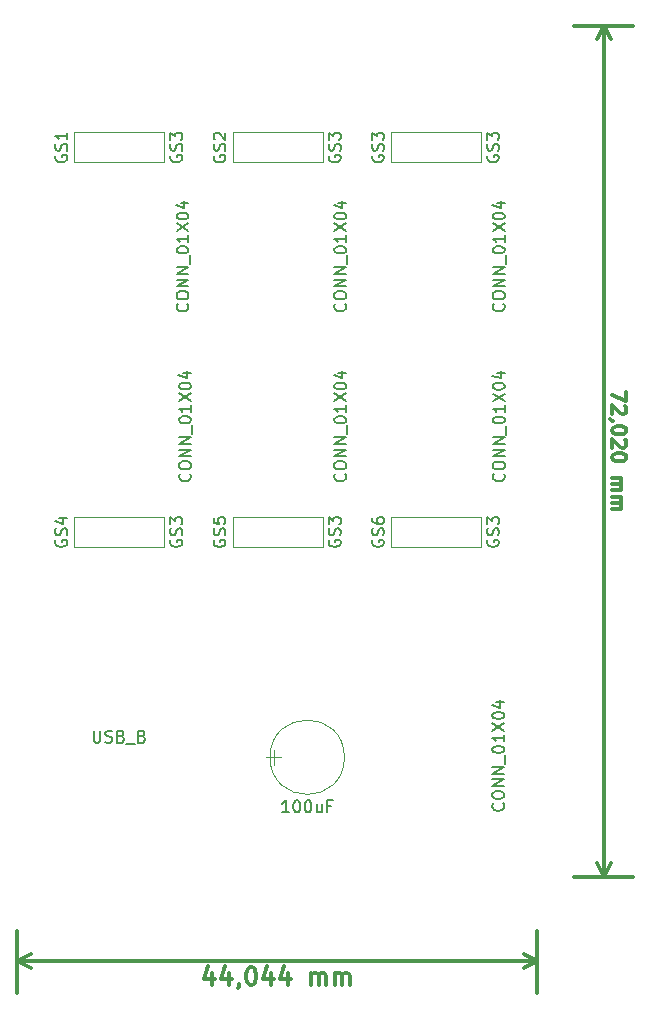
<source format=gbr>
G04 #@! TF.FileFunction,Other,Fab,Top*
%FSLAX45Y45*%
G04 Gerber Fmt 4.5, Leading zero omitted, Abs format (unit mm)*
G04 Created by KiCad (PCBNEW 4.0.6) date 08/29/18 06:28:06*
%MOMM*%
%LPD*%
G01*
G04 APERTURE LIST*
%ADD10C,0.100000*%
%ADD11C,0.300000*%
%ADD12C,0.150000*%
G04 APERTURE END LIST*
D10*
D11*
X17911714Y-7992143D02*
X17911714Y-8072143D01*
X17791714Y-8020714D01*
X17900286Y-8112143D02*
X17906000Y-8117857D01*
X17911714Y-8129286D01*
X17911714Y-8157857D01*
X17906000Y-8169286D01*
X17900286Y-8175000D01*
X17888857Y-8180714D01*
X17877429Y-8180714D01*
X17860286Y-8175000D01*
X17791714Y-8106429D01*
X17791714Y-8180714D01*
X17797429Y-8237857D02*
X17791714Y-8237857D01*
X17780286Y-8232143D01*
X17774571Y-8226428D01*
X17911714Y-8312143D02*
X17911714Y-8323571D01*
X17906000Y-8335000D01*
X17900286Y-8340714D01*
X17888857Y-8346429D01*
X17866000Y-8352143D01*
X17837429Y-8352143D01*
X17814571Y-8346429D01*
X17803143Y-8340714D01*
X17797429Y-8335000D01*
X17791714Y-8323571D01*
X17791714Y-8312143D01*
X17797429Y-8300714D01*
X17803143Y-8295000D01*
X17814571Y-8289286D01*
X17837429Y-8283571D01*
X17866000Y-8283571D01*
X17888857Y-8289286D01*
X17900286Y-8295000D01*
X17906000Y-8300714D01*
X17911714Y-8312143D01*
X17900286Y-8397857D02*
X17906000Y-8403571D01*
X17911714Y-8415000D01*
X17911714Y-8443571D01*
X17906000Y-8455000D01*
X17900286Y-8460714D01*
X17888857Y-8466429D01*
X17877429Y-8466429D01*
X17860286Y-8460714D01*
X17791714Y-8392143D01*
X17791714Y-8466429D01*
X17911714Y-8540714D02*
X17911714Y-8552143D01*
X17906000Y-8563571D01*
X17900286Y-8569286D01*
X17888857Y-8575000D01*
X17866000Y-8580714D01*
X17837429Y-8580714D01*
X17814571Y-8575000D01*
X17803143Y-8569286D01*
X17797429Y-8563571D01*
X17791714Y-8552143D01*
X17791714Y-8540714D01*
X17797429Y-8529286D01*
X17803143Y-8523571D01*
X17814571Y-8517857D01*
X17837429Y-8512143D01*
X17866000Y-8512143D01*
X17888857Y-8517857D01*
X17900286Y-8523571D01*
X17906000Y-8529286D01*
X17911714Y-8540714D01*
X17791714Y-8723571D02*
X17871714Y-8723571D01*
X17860286Y-8723571D02*
X17866000Y-8729286D01*
X17871714Y-8740714D01*
X17871714Y-8757857D01*
X17866000Y-8769286D01*
X17854571Y-8775000D01*
X17791714Y-8775000D01*
X17854571Y-8775000D02*
X17866000Y-8780714D01*
X17871714Y-8792143D01*
X17871714Y-8809286D01*
X17866000Y-8820714D01*
X17854571Y-8826429D01*
X17791714Y-8826429D01*
X17791714Y-8883571D02*
X17871714Y-8883571D01*
X17860286Y-8883571D02*
X17866000Y-8889286D01*
X17871714Y-8900714D01*
X17871714Y-8917857D01*
X17866000Y-8929286D01*
X17854571Y-8935000D01*
X17791714Y-8935000D01*
X17854571Y-8935000D02*
X17866000Y-8940714D01*
X17871714Y-8952143D01*
X17871714Y-8969286D01*
X17866000Y-8980714D01*
X17854571Y-8986429D01*
X17791714Y-8986429D01*
X17726000Y-4894000D02*
X17726000Y-12096000D01*
X17470000Y-4894000D02*
X17966000Y-4894000D01*
X17470000Y-12096000D02*
X17966000Y-12096000D01*
X17726000Y-12096000D02*
X17667358Y-11983350D01*
X17726000Y-12096000D02*
X17784642Y-11983350D01*
X17726000Y-4894000D02*
X17667358Y-5006650D01*
X17726000Y-4894000D02*
X17784642Y-5006650D01*
X14408060Y-12914617D02*
X14408060Y-13014617D01*
X14372346Y-12857474D02*
X14336631Y-12964617D01*
X14429489Y-12964617D01*
X14550917Y-12914617D02*
X14550917Y-13014617D01*
X14515203Y-12857474D02*
X14479489Y-12964617D01*
X14572346Y-12964617D01*
X14636631Y-13007474D02*
X14636631Y-13014617D01*
X14629489Y-13028903D01*
X14622346Y-13036046D01*
X14729489Y-12864617D02*
X14743774Y-12864617D01*
X14758060Y-12871760D01*
X14765203Y-12878903D01*
X14772346Y-12893189D01*
X14779489Y-12921760D01*
X14779489Y-12957474D01*
X14772346Y-12986046D01*
X14765203Y-13000331D01*
X14758060Y-13007474D01*
X14743774Y-13014617D01*
X14729489Y-13014617D01*
X14715203Y-13007474D01*
X14708060Y-13000331D01*
X14700917Y-12986046D01*
X14693774Y-12957474D01*
X14693774Y-12921760D01*
X14700917Y-12893189D01*
X14708060Y-12878903D01*
X14715203Y-12871760D01*
X14729489Y-12864617D01*
X14908060Y-12914617D02*
X14908060Y-13014617D01*
X14872346Y-12857474D02*
X14836631Y-12964617D01*
X14929489Y-12964617D01*
X15050917Y-12914617D02*
X15050917Y-13014617D01*
X15015203Y-12857474D02*
X14979488Y-12964617D01*
X15072346Y-12964617D01*
X15243774Y-13014617D02*
X15243774Y-12914617D01*
X15243774Y-12928903D02*
X15250917Y-12921760D01*
X15265203Y-12914617D01*
X15286631Y-12914617D01*
X15300917Y-12921760D01*
X15308060Y-12936046D01*
X15308060Y-13014617D01*
X15308060Y-12936046D02*
X15315203Y-12921760D01*
X15329488Y-12914617D01*
X15350917Y-12914617D01*
X15365203Y-12921760D01*
X15372346Y-12936046D01*
X15372346Y-13014617D01*
X15443774Y-13014617D02*
X15443774Y-12914617D01*
X15443774Y-12928903D02*
X15450917Y-12921760D01*
X15465203Y-12914617D01*
X15486631Y-12914617D01*
X15500917Y-12921760D01*
X15508060Y-12936046D01*
X15508060Y-13014617D01*
X15508060Y-12936046D02*
X15515203Y-12921760D01*
X15529488Y-12914617D01*
X15550917Y-12914617D01*
X15565203Y-12921760D01*
X15572346Y-12936046D01*
X15572346Y-13014617D01*
X12755880Y-12811760D02*
X17160240Y-12811760D01*
X12755880Y-12557760D02*
X12755880Y-13081760D01*
X17160240Y-12557760D02*
X17160240Y-13081760D01*
X17160240Y-12811760D02*
X17047590Y-12870402D01*
X17160240Y-12811760D02*
X17047590Y-12753118D01*
X12755880Y-12811760D02*
X12868530Y-12870402D01*
X12755880Y-12811760D02*
X12868530Y-12753118D01*
D10*
X13238480Y-6050280D02*
X14000480Y-6050280D01*
X14000480Y-6050280D02*
X14000480Y-5796280D01*
X14000480Y-5796280D02*
X13238480Y-5796280D01*
X13238480Y-5796280D02*
X13238480Y-6050280D01*
X14579600Y-6050280D02*
X15341600Y-6050280D01*
X15341600Y-6050280D02*
X15341600Y-5796280D01*
X15341600Y-5796280D02*
X14579600Y-5796280D01*
X14579600Y-5796280D02*
X14579600Y-6050280D01*
X15920720Y-6050280D02*
X16682720Y-6050280D01*
X16682720Y-6050280D02*
X16682720Y-5796280D01*
X16682720Y-5796280D02*
X15920720Y-5796280D01*
X15920720Y-5796280D02*
X15920720Y-6050280D01*
X13238480Y-9306560D02*
X14000480Y-9306560D01*
X14000480Y-9306560D02*
X14000480Y-9052560D01*
X14000480Y-9052560D02*
X13238480Y-9052560D01*
X13238480Y-9052560D02*
X13238480Y-9306560D01*
X14579600Y-9306560D02*
X15341600Y-9306560D01*
X15341600Y-9306560D02*
X15341600Y-9052560D01*
X15341600Y-9052560D02*
X14579600Y-9052560D01*
X14579600Y-9052560D02*
X14579600Y-9306560D01*
X15920720Y-9306560D02*
X16682720Y-9306560D01*
X16682720Y-9306560D02*
X16682720Y-9052560D01*
X16682720Y-9052560D02*
X15920720Y-9052560D01*
X15920720Y-9052560D02*
X15920720Y-9306560D01*
X15526000Y-11086000D02*
G75*
G03X15526000Y-11086000I-315000J0D01*
G01*
X14866000Y-11086000D02*
X14986000Y-11086000D01*
X14926000Y-11021000D02*
X14926000Y-11151000D01*
D12*
X13402714Y-10861238D02*
X13402714Y-10942191D01*
X13407476Y-10951714D01*
X13412238Y-10956476D01*
X13421762Y-10961238D01*
X13440810Y-10961238D01*
X13450333Y-10956476D01*
X13455095Y-10951714D01*
X13459857Y-10942191D01*
X13459857Y-10861238D01*
X13502714Y-10956476D02*
X13517000Y-10961238D01*
X13540810Y-10961238D01*
X13550333Y-10956476D01*
X13555095Y-10951714D01*
X13559857Y-10942191D01*
X13559857Y-10932667D01*
X13555095Y-10923143D01*
X13550333Y-10918381D01*
X13540810Y-10913619D01*
X13521762Y-10908857D01*
X13512238Y-10904095D01*
X13507476Y-10899333D01*
X13502714Y-10889810D01*
X13502714Y-10880286D01*
X13507476Y-10870762D01*
X13512238Y-10866000D01*
X13521762Y-10861238D01*
X13545571Y-10861238D01*
X13559857Y-10866000D01*
X13636048Y-10908857D02*
X13650333Y-10913619D01*
X13655095Y-10918381D01*
X13659857Y-10927905D01*
X13659857Y-10942191D01*
X13655095Y-10951714D01*
X13650333Y-10956476D01*
X13640810Y-10961238D01*
X13602714Y-10961238D01*
X13602714Y-10861238D01*
X13636048Y-10861238D01*
X13645571Y-10866000D01*
X13650333Y-10870762D01*
X13655095Y-10880286D01*
X13655095Y-10889810D01*
X13650333Y-10899333D01*
X13645571Y-10904095D01*
X13636048Y-10908857D01*
X13602714Y-10908857D01*
X13678905Y-10970762D02*
X13755095Y-10970762D01*
X13812238Y-10908857D02*
X13826524Y-10913619D01*
X13831286Y-10918381D01*
X13836048Y-10927905D01*
X13836048Y-10942191D01*
X13831286Y-10951714D01*
X13826524Y-10956476D01*
X13817000Y-10961238D01*
X13778905Y-10961238D01*
X13778905Y-10861238D01*
X13812238Y-10861238D01*
X13821762Y-10866000D01*
X13826524Y-10870762D01*
X13831286Y-10880286D01*
X13831286Y-10889810D01*
X13826524Y-10899333D01*
X13821762Y-10904095D01*
X13812238Y-10908857D01*
X13778905Y-10908857D01*
X14056480Y-5992328D02*
X14051718Y-6001851D01*
X14051718Y-6016137D01*
X14056480Y-6030423D01*
X14066004Y-6039947D01*
X14075528Y-6044709D01*
X14094575Y-6049470D01*
X14108861Y-6049470D01*
X14127909Y-6044709D01*
X14137432Y-6039947D01*
X14146956Y-6030423D01*
X14151718Y-6016137D01*
X14151718Y-6006613D01*
X14146956Y-5992328D01*
X14142194Y-5987566D01*
X14108861Y-5987566D01*
X14108861Y-6006613D01*
X14146956Y-5949470D02*
X14151718Y-5935185D01*
X14151718Y-5911375D01*
X14146956Y-5901851D01*
X14142194Y-5897089D01*
X14132670Y-5892328D01*
X14123147Y-5892328D01*
X14113623Y-5897089D01*
X14108861Y-5901851D01*
X14104099Y-5911375D01*
X14099337Y-5930423D01*
X14094575Y-5939947D01*
X14089813Y-5944709D01*
X14080289Y-5949470D01*
X14070766Y-5949470D01*
X14061242Y-5944709D01*
X14056480Y-5939947D01*
X14051718Y-5930423D01*
X14051718Y-5906613D01*
X14056480Y-5892328D01*
X14051718Y-5858994D02*
X14051718Y-5797089D01*
X14089813Y-5830423D01*
X14089813Y-5816137D01*
X14094575Y-5806613D01*
X14099337Y-5801851D01*
X14108861Y-5797089D01*
X14132670Y-5797089D01*
X14142194Y-5801851D01*
X14146956Y-5806613D01*
X14151718Y-5816137D01*
X14151718Y-5844709D01*
X14146956Y-5854232D01*
X14142194Y-5858994D01*
X13082480Y-5992328D02*
X13077718Y-6001851D01*
X13077718Y-6016137D01*
X13082480Y-6030423D01*
X13092004Y-6039947D01*
X13101528Y-6044709D01*
X13120575Y-6049470D01*
X13134861Y-6049470D01*
X13153909Y-6044709D01*
X13163432Y-6039947D01*
X13172956Y-6030423D01*
X13177718Y-6016137D01*
X13177718Y-6006613D01*
X13172956Y-5992328D01*
X13168194Y-5987566D01*
X13134861Y-5987566D01*
X13134861Y-6006613D01*
X13172956Y-5949470D02*
X13177718Y-5935185D01*
X13177718Y-5911375D01*
X13172956Y-5901851D01*
X13168194Y-5897089D01*
X13158670Y-5892328D01*
X13149147Y-5892328D01*
X13139623Y-5897089D01*
X13134861Y-5901851D01*
X13130099Y-5911375D01*
X13125337Y-5930423D01*
X13120575Y-5939947D01*
X13115813Y-5944709D01*
X13106289Y-5949470D01*
X13096766Y-5949470D01*
X13087242Y-5944709D01*
X13082480Y-5939947D01*
X13077718Y-5930423D01*
X13077718Y-5906613D01*
X13082480Y-5892328D01*
X13177718Y-5797089D02*
X13177718Y-5854232D01*
X13177718Y-5825661D02*
X13077718Y-5825661D01*
X13092004Y-5835185D01*
X13101528Y-5844709D01*
X13106289Y-5854232D01*
X15397600Y-5992328D02*
X15392838Y-6001851D01*
X15392838Y-6016137D01*
X15397600Y-6030423D01*
X15407124Y-6039947D01*
X15416648Y-6044709D01*
X15435695Y-6049470D01*
X15449981Y-6049470D01*
X15469029Y-6044709D01*
X15478552Y-6039947D01*
X15488076Y-6030423D01*
X15492838Y-6016137D01*
X15492838Y-6006613D01*
X15488076Y-5992328D01*
X15483314Y-5987566D01*
X15449981Y-5987566D01*
X15449981Y-6006613D01*
X15488076Y-5949470D02*
X15492838Y-5935185D01*
X15492838Y-5911375D01*
X15488076Y-5901851D01*
X15483314Y-5897089D01*
X15473790Y-5892328D01*
X15464267Y-5892328D01*
X15454743Y-5897089D01*
X15449981Y-5901851D01*
X15445219Y-5911375D01*
X15440457Y-5930423D01*
X15435695Y-5939947D01*
X15430933Y-5944709D01*
X15421409Y-5949470D01*
X15411886Y-5949470D01*
X15402362Y-5944709D01*
X15397600Y-5939947D01*
X15392838Y-5930423D01*
X15392838Y-5906613D01*
X15397600Y-5892328D01*
X15392838Y-5858994D02*
X15392838Y-5797089D01*
X15430933Y-5830423D01*
X15430933Y-5816137D01*
X15435695Y-5806613D01*
X15440457Y-5801851D01*
X15449981Y-5797089D01*
X15473790Y-5797089D01*
X15483314Y-5801851D01*
X15488076Y-5806613D01*
X15492838Y-5816137D01*
X15492838Y-5844709D01*
X15488076Y-5854232D01*
X15483314Y-5858994D01*
X14423600Y-5992328D02*
X14418838Y-6001851D01*
X14418838Y-6016137D01*
X14423600Y-6030423D01*
X14433124Y-6039947D01*
X14442648Y-6044709D01*
X14461695Y-6049470D01*
X14475981Y-6049470D01*
X14495029Y-6044709D01*
X14504552Y-6039947D01*
X14514076Y-6030423D01*
X14518838Y-6016137D01*
X14518838Y-6006613D01*
X14514076Y-5992328D01*
X14509314Y-5987566D01*
X14475981Y-5987566D01*
X14475981Y-6006613D01*
X14514076Y-5949470D02*
X14518838Y-5935185D01*
X14518838Y-5911375D01*
X14514076Y-5901851D01*
X14509314Y-5897089D01*
X14499790Y-5892328D01*
X14490267Y-5892328D01*
X14480743Y-5897089D01*
X14475981Y-5901851D01*
X14471219Y-5911375D01*
X14466457Y-5930423D01*
X14461695Y-5939947D01*
X14456933Y-5944709D01*
X14447409Y-5949470D01*
X14437886Y-5949470D01*
X14428362Y-5944709D01*
X14423600Y-5939947D01*
X14418838Y-5930423D01*
X14418838Y-5906613D01*
X14423600Y-5892328D01*
X14428362Y-5854232D02*
X14423600Y-5849470D01*
X14418838Y-5839947D01*
X14418838Y-5816137D01*
X14423600Y-5806613D01*
X14428362Y-5801851D01*
X14437886Y-5797089D01*
X14447409Y-5797089D01*
X14461695Y-5801851D01*
X14518838Y-5858994D01*
X14518838Y-5797089D01*
X16738720Y-5992328D02*
X16733958Y-6001851D01*
X16733958Y-6016137D01*
X16738720Y-6030423D01*
X16748244Y-6039947D01*
X16757768Y-6044709D01*
X16776815Y-6049470D01*
X16791101Y-6049470D01*
X16810149Y-6044709D01*
X16819672Y-6039947D01*
X16829196Y-6030423D01*
X16833958Y-6016137D01*
X16833958Y-6006613D01*
X16829196Y-5992328D01*
X16824434Y-5987566D01*
X16791101Y-5987566D01*
X16791101Y-6006613D01*
X16829196Y-5949470D02*
X16833958Y-5935185D01*
X16833958Y-5911375D01*
X16829196Y-5901851D01*
X16824434Y-5897089D01*
X16814911Y-5892328D01*
X16805387Y-5892328D01*
X16795863Y-5897089D01*
X16791101Y-5901851D01*
X16786339Y-5911375D01*
X16781577Y-5930423D01*
X16776815Y-5939947D01*
X16772053Y-5944709D01*
X16762529Y-5949470D01*
X16753006Y-5949470D01*
X16743482Y-5944709D01*
X16738720Y-5939947D01*
X16733958Y-5930423D01*
X16733958Y-5906613D01*
X16738720Y-5892328D01*
X16733958Y-5858994D02*
X16733958Y-5797089D01*
X16772053Y-5830423D01*
X16772053Y-5816137D01*
X16776815Y-5806613D01*
X16781577Y-5801851D01*
X16791101Y-5797089D01*
X16814911Y-5797089D01*
X16824434Y-5801851D01*
X16829196Y-5806613D01*
X16833958Y-5816137D01*
X16833958Y-5844709D01*
X16829196Y-5854232D01*
X16824434Y-5858994D01*
X15764720Y-5992328D02*
X15759958Y-6001851D01*
X15759958Y-6016137D01*
X15764720Y-6030423D01*
X15774244Y-6039947D01*
X15783768Y-6044709D01*
X15802815Y-6049470D01*
X15817101Y-6049470D01*
X15836149Y-6044709D01*
X15845672Y-6039947D01*
X15855196Y-6030423D01*
X15859958Y-6016137D01*
X15859958Y-6006613D01*
X15855196Y-5992328D01*
X15850434Y-5987566D01*
X15817101Y-5987566D01*
X15817101Y-6006613D01*
X15855196Y-5949470D02*
X15859958Y-5935185D01*
X15859958Y-5911375D01*
X15855196Y-5901851D01*
X15850434Y-5897089D01*
X15840910Y-5892328D01*
X15831387Y-5892328D01*
X15821863Y-5897089D01*
X15817101Y-5901851D01*
X15812339Y-5911375D01*
X15807577Y-5930423D01*
X15802815Y-5939947D01*
X15798053Y-5944709D01*
X15788529Y-5949470D01*
X15779006Y-5949470D01*
X15769482Y-5944709D01*
X15764720Y-5939947D01*
X15759958Y-5930423D01*
X15759958Y-5906613D01*
X15764720Y-5892328D01*
X15759958Y-5858994D02*
X15759958Y-5797089D01*
X15798053Y-5830423D01*
X15798053Y-5816137D01*
X15802815Y-5806613D01*
X15807577Y-5801851D01*
X15817101Y-5797089D01*
X15840910Y-5797089D01*
X15850434Y-5801851D01*
X15855196Y-5806613D01*
X15859958Y-5816137D01*
X15859958Y-5844709D01*
X15855196Y-5854232D01*
X15850434Y-5858994D01*
X14056480Y-9248608D02*
X14051718Y-9258131D01*
X14051718Y-9272417D01*
X14056480Y-9286703D01*
X14066004Y-9296227D01*
X14075528Y-9300989D01*
X14094575Y-9305751D01*
X14108861Y-9305751D01*
X14127909Y-9300989D01*
X14137432Y-9296227D01*
X14146956Y-9286703D01*
X14151718Y-9272417D01*
X14151718Y-9262893D01*
X14146956Y-9248608D01*
X14142194Y-9243846D01*
X14108861Y-9243846D01*
X14108861Y-9262893D01*
X14146956Y-9205751D02*
X14151718Y-9191465D01*
X14151718Y-9167655D01*
X14146956Y-9158131D01*
X14142194Y-9153370D01*
X14132670Y-9148608D01*
X14123147Y-9148608D01*
X14113623Y-9153370D01*
X14108861Y-9158131D01*
X14104099Y-9167655D01*
X14099337Y-9186703D01*
X14094575Y-9196227D01*
X14089813Y-9200989D01*
X14080289Y-9205751D01*
X14070766Y-9205751D01*
X14061242Y-9200989D01*
X14056480Y-9196227D01*
X14051718Y-9186703D01*
X14051718Y-9162893D01*
X14056480Y-9148608D01*
X14051718Y-9115274D02*
X14051718Y-9053370D01*
X14089813Y-9086703D01*
X14089813Y-9072417D01*
X14094575Y-9062893D01*
X14099337Y-9058131D01*
X14108861Y-9053370D01*
X14132670Y-9053370D01*
X14142194Y-9058131D01*
X14146956Y-9062893D01*
X14151718Y-9072417D01*
X14151718Y-9100989D01*
X14146956Y-9110512D01*
X14142194Y-9115274D01*
X13082480Y-9248608D02*
X13077718Y-9258131D01*
X13077718Y-9272417D01*
X13082480Y-9286703D01*
X13092004Y-9296227D01*
X13101528Y-9300989D01*
X13120575Y-9305751D01*
X13134861Y-9305751D01*
X13153909Y-9300989D01*
X13163432Y-9296227D01*
X13172956Y-9286703D01*
X13177718Y-9272417D01*
X13177718Y-9262893D01*
X13172956Y-9248608D01*
X13168194Y-9243846D01*
X13134861Y-9243846D01*
X13134861Y-9262893D01*
X13172956Y-9205751D02*
X13177718Y-9191465D01*
X13177718Y-9167655D01*
X13172956Y-9158131D01*
X13168194Y-9153370D01*
X13158670Y-9148608D01*
X13149147Y-9148608D01*
X13139623Y-9153370D01*
X13134861Y-9158131D01*
X13130099Y-9167655D01*
X13125337Y-9186703D01*
X13120575Y-9196227D01*
X13115813Y-9200989D01*
X13106289Y-9205751D01*
X13096766Y-9205751D01*
X13087242Y-9200989D01*
X13082480Y-9196227D01*
X13077718Y-9186703D01*
X13077718Y-9162893D01*
X13082480Y-9148608D01*
X13111051Y-9062893D02*
X13177718Y-9062893D01*
X13072956Y-9086703D02*
X13144385Y-9110512D01*
X13144385Y-9048608D01*
X15397600Y-9248608D02*
X15392838Y-9258131D01*
X15392838Y-9272417D01*
X15397600Y-9286703D01*
X15407124Y-9296227D01*
X15416648Y-9300989D01*
X15435695Y-9305751D01*
X15449981Y-9305751D01*
X15469029Y-9300989D01*
X15478552Y-9296227D01*
X15488076Y-9286703D01*
X15492838Y-9272417D01*
X15492838Y-9262893D01*
X15488076Y-9248608D01*
X15483314Y-9243846D01*
X15449981Y-9243846D01*
X15449981Y-9262893D01*
X15488076Y-9205751D02*
X15492838Y-9191465D01*
X15492838Y-9167655D01*
X15488076Y-9158131D01*
X15483314Y-9153370D01*
X15473790Y-9148608D01*
X15464267Y-9148608D01*
X15454743Y-9153370D01*
X15449981Y-9158131D01*
X15445219Y-9167655D01*
X15440457Y-9186703D01*
X15435695Y-9196227D01*
X15430933Y-9200989D01*
X15421409Y-9205751D01*
X15411886Y-9205751D01*
X15402362Y-9200989D01*
X15397600Y-9196227D01*
X15392838Y-9186703D01*
X15392838Y-9162893D01*
X15397600Y-9148608D01*
X15392838Y-9115274D02*
X15392838Y-9053370D01*
X15430933Y-9086703D01*
X15430933Y-9072417D01*
X15435695Y-9062893D01*
X15440457Y-9058131D01*
X15449981Y-9053370D01*
X15473790Y-9053370D01*
X15483314Y-9058131D01*
X15488076Y-9062893D01*
X15492838Y-9072417D01*
X15492838Y-9100989D01*
X15488076Y-9110512D01*
X15483314Y-9115274D01*
X14423600Y-9248608D02*
X14418838Y-9258131D01*
X14418838Y-9272417D01*
X14423600Y-9286703D01*
X14433124Y-9296227D01*
X14442648Y-9300989D01*
X14461695Y-9305751D01*
X14475981Y-9305751D01*
X14495029Y-9300989D01*
X14504552Y-9296227D01*
X14514076Y-9286703D01*
X14518838Y-9272417D01*
X14518838Y-9262893D01*
X14514076Y-9248608D01*
X14509314Y-9243846D01*
X14475981Y-9243846D01*
X14475981Y-9262893D01*
X14514076Y-9205751D02*
X14518838Y-9191465D01*
X14518838Y-9167655D01*
X14514076Y-9158131D01*
X14509314Y-9153370D01*
X14499790Y-9148608D01*
X14490267Y-9148608D01*
X14480743Y-9153370D01*
X14475981Y-9158131D01*
X14471219Y-9167655D01*
X14466457Y-9186703D01*
X14461695Y-9196227D01*
X14456933Y-9200989D01*
X14447409Y-9205751D01*
X14437886Y-9205751D01*
X14428362Y-9200989D01*
X14423600Y-9196227D01*
X14418838Y-9186703D01*
X14418838Y-9162893D01*
X14423600Y-9148608D01*
X14418838Y-9058131D02*
X14418838Y-9105751D01*
X14466457Y-9110512D01*
X14461695Y-9105751D01*
X14456933Y-9096227D01*
X14456933Y-9072417D01*
X14461695Y-9062893D01*
X14466457Y-9058131D01*
X14475981Y-9053370D01*
X14499790Y-9053370D01*
X14509314Y-9058131D01*
X14514076Y-9062893D01*
X14518838Y-9072417D01*
X14518838Y-9096227D01*
X14514076Y-9105751D01*
X14509314Y-9110512D01*
X16738720Y-9248608D02*
X16733958Y-9258131D01*
X16733958Y-9272417D01*
X16738720Y-9286703D01*
X16748244Y-9296227D01*
X16757768Y-9300989D01*
X16776815Y-9305751D01*
X16791101Y-9305751D01*
X16810149Y-9300989D01*
X16819672Y-9296227D01*
X16829196Y-9286703D01*
X16833958Y-9272417D01*
X16833958Y-9262893D01*
X16829196Y-9248608D01*
X16824434Y-9243846D01*
X16791101Y-9243846D01*
X16791101Y-9262893D01*
X16829196Y-9205751D02*
X16833958Y-9191465D01*
X16833958Y-9167655D01*
X16829196Y-9158131D01*
X16824434Y-9153370D01*
X16814911Y-9148608D01*
X16805387Y-9148608D01*
X16795863Y-9153370D01*
X16791101Y-9158131D01*
X16786339Y-9167655D01*
X16781577Y-9186703D01*
X16776815Y-9196227D01*
X16772053Y-9200989D01*
X16762529Y-9205751D01*
X16753006Y-9205751D01*
X16743482Y-9200989D01*
X16738720Y-9196227D01*
X16733958Y-9186703D01*
X16733958Y-9162893D01*
X16738720Y-9148608D01*
X16733958Y-9115274D02*
X16733958Y-9053370D01*
X16772053Y-9086703D01*
X16772053Y-9072417D01*
X16776815Y-9062893D01*
X16781577Y-9058131D01*
X16791101Y-9053370D01*
X16814911Y-9053370D01*
X16824434Y-9058131D01*
X16829196Y-9062893D01*
X16833958Y-9072417D01*
X16833958Y-9100989D01*
X16829196Y-9110512D01*
X16824434Y-9115274D01*
X15764720Y-9248608D02*
X15759958Y-9258131D01*
X15759958Y-9272417D01*
X15764720Y-9286703D01*
X15774244Y-9296227D01*
X15783768Y-9300989D01*
X15802815Y-9305751D01*
X15817101Y-9305751D01*
X15836149Y-9300989D01*
X15845672Y-9296227D01*
X15855196Y-9286703D01*
X15859958Y-9272417D01*
X15859958Y-9262893D01*
X15855196Y-9248608D01*
X15850434Y-9243846D01*
X15817101Y-9243846D01*
X15817101Y-9262893D01*
X15855196Y-9205751D02*
X15859958Y-9191465D01*
X15859958Y-9167655D01*
X15855196Y-9158131D01*
X15850434Y-9153370D01*
X15840910Y-9148608D01*
X15831387Y-9148608D01*
X15821863Y-9153370D01*
X15817101Y-9158131D01*
X15812339Y-9167655D01*
X15807577Y-9186703D01*
X15802815Y-9196227D01*
X15798053Y-9200989D01*
X15788529Y-9205751D01*
X15779006Y-9205751D01*
X15769482Y-9200989D01*
X15764720Y-9196227D01*
X15759958Y-9186703D01*
X15759958Y-9162893D01*
X15764720Y-9148608D01*
X15759958Y-9062893D02*
X15759958Y-9081941D01*
X15764720Y-9091465D01*
X15769482Y-9096227D01*
X15783768Y-9105751D01*
X15802815Y-9110512D01*
X15840910Y-9110512D01*
X15850434Y-9105751D01*
X15855196Y-9100989D01*
X15859958Y-9091465D01*
X15859958Y-9072417D01*
X15855196Y-9062893D01*
X15850434Y-9058131D01*
X15840910Y-9053370D01*
X15817101Y-9053370D01*
X15807577Y-9058131D01*
X15802815Y-9062893D01*
X15798053Y-9072417D01*
X15798053Y-9091465D01*
X15802815Y-9100989D01*
X15807577Y-9105751D01*
X15817101Y-9110512D01*
X15056238Y-11552238D02*
X14999095Y-11552238D01*
X15027667Y-11552238D02*
X15027667Y-11452238D01*
X15018143Y-11466524D01*
X15008619Y-11476048D01*
X14999095Y-11480809D01*
X15118143Y-11452238D02*
X15127667Y-11452238D01*
X15137190Y-11457000D01*
X15141952Y-11461762D01*
X15146714Y-11471286D01*
X15151476Y-11490333D01*
X15151476Y-11514143D01*
X15146714Y-11533190D01*
X15141952Y-11542714D01*
X15137190Y-11547476D01*
X15127667Y-11552238D01*
X15118143Y-11552238D01*
X15108619Y-11547476D01*
X15103857Y-11542714D01*
X15099095Y-11533190D01*
X15094333Y-11514143D01*
X15094333Y-11490333D01*
X15099095Y-11471286D01*
X15103857Y-11461762D01*
X15108619Y-11457000D01*
X15118143Y-11452238D01*
X15213381Y-11452238D02*
X15222905Y-11452238D01*
X15232429Y-11457000D01*
X15237190Y-11461762D01*
X15241952Y-11471286D01*
X15246714Y-11490333D01*
X15246714Y-11514143D01*
X15241952Y-11533190D01*
X15237190Y-11542714D01*
X15232429Y-11547476D01*
X15222905Y-11552238D01*
X15213381Y-11552238D01*
X15203857Y-11547476D01*
X15199095Y-11542714D01*
X15194333Y-11533190D01*
X15189571Y-11514143D01*
X15189571Y-11490333D01*
X15194333Y-11471286D01*
X15199095Y-11461762D01*
X15203857Y-11457000D01*
X15213381Y-11452238D01*
X15332429Y-11485571D02*
X15332429Y-11552238D01*
X15289571Y-11485571D02*
X15289571Y-11537952D01*
X15294333Y-11547476D01*
X15303857Y-11552238D01*
X15318143Y-11552238D01*
X15327667Y-11547476D01*
X15332429Y-11542714D01*
X15413381Y-11499857D02*
X15380048Y-11499857D01*
X15380048Y-11552238D02*
X15380048Y-11452238D01*
X15427667Y-11452238D01*
X16868714Y-11476381D02*
X16873476Y-11481143D01*
X16878238Y-11495428D01*
X16878238Y-11504952D01*
X16873476Y-11519238D01*
X16863952Y-11528762D01*
X16854429Y-11533524D01*
X16835381Y-11538286D01*
X16821095Y-11538286D01*
X16802048Y-11533524D01*
X16792524Y-11528762D01*
X16783000Y-11519238D01*
X16778238Y-11504952D01*
X16778238Y-11495428D01*
X16783000Y-11481143D01*
X16787762Y-11476381D01*
X16778238Y-11414476D02*
X16778238Y-11395428D01*
X16783000Y-11385905D01*
X16792524Y-11376381D01*
X16811571Y-11371619D01*
X16844905Y-11371619D01*
X16863952Y-11376381D01*
X16873476Y-11385905D01*
X16878238Y-11395428D01*
X16878238Y-11414476D01*
X16873476Y-11424000D01*
X16863952Y-11433524D01*
X16844905Y-11438286D01*
X16811571Y-11438286D01*
X16792524Y-11433524D01*
X16783000Y-11424000D01*
X16778238Y-11414476D01*
X16878238Y-11328762D02*
X16778238Y-11328762D01*
X16878238Y-11271619D01*
X16778238Y-11271619D01*
X16878238Y-11224000D02*
X16778238Y-11224000D01*
X16878238Y-11166857D01*
X16778238Y-11166857D01*
X16887762Y-11143048D02*
X16887762Y-11066857D01*
X16778238Y-11024000D02*
X16778238Y-11014476D01*
X16783000Y-11004952D01*
X16787762Y-11000190D01*
X16797286Y-10995429D01*
X16816333Y-10990667D01*
X16840143Y-10990667D01*
X16859191Y-10995429D01*
X16868714Y-11000190D01*
X16873476Y-11004952D01*
X16878238Y-11014476D01*
X16878238Y-11024000D01*
X16873476Y-11033524D01*
X16868714Y-11038286D01*
X16859191Y-11043048D01*
X16840143Y-11047810D01*
X16816333Y-11047810D01*
X16797286Y-11043048D01*
X16787762Y-11038286D01*
X16783000Y-11033524D01*
X16778238Y-11024000D01*
X16878238Y-10895429D02*
X16878238Y-10952571D01*
X16878238Y-10924000D02*
X16778238Y-10924000D01*
X16792524Y-10933524D01*
X16802048Y-10943048D01*
X16806810Y-10952571D01*
X16778238Y-10862095D02*
X16878238Y-10795429D01*
X16778238Y-10795429D02*
X16878238Y-10862095D01*
X16778238Y-10738286D02*
X16778238Y-10728762D01*
X16783000Y-10719238D01*
X16787762Y-10714476D01*
X16797286Y-10709714D01*
X16816333Y-10704952D01*
X16840143Y-10704952D01*
X16859191Y-10709714D01*
X16868714Y-10714476D01*
X16873476Y-10719238D01*
X16878238Y-10728762D01*
X16878238Y-10738286D01*
X16873476Y-10747810D01*
X16868714Y-10752571D01*
X16859191Y-10757333D01*
X16840143Y-10762095D01*
X16816333Y-10762095D01*
X16797286Y-10757333D01*
X16787762Y-10752571D01*
X16783000Y-10747810D01*
X16778238Y-10738286D01*
X16811571Y-10619238D02*
X16878238Y-10619238D01*
X16773476Y-10643048D02*
X16844905Y-10666857D01*
X16844905Y-10604952D01*
X14195714Y-7247381D02*
X14200476Y-7252143D01*
X14205238Y-7266428D01*
X14205238Y-7275952D01*
X14200476Y-7290238D01*
X14190952Y-7299762D01*
X14181429Y-7304524D01*
X14162381Y-7309286D01*
X14148095Y-7309286D01*
X14129048Y-7304524D01*
X14119524Y-7299762D01*
X14110000Y-7290238D01*
X14105238Y-7275952D01*
X14105238Y-7266428D01*
X14110000Y-7252143D01*
X14114762Y-7247381D01*
X14105238Y-7185476D02*
X14105238Y-7166428D01*
X14110000Y-7156905D01*
X14119524Y-7147381D01*
X14138571Y-7142619D01*
X14171905Y-7142619D01*
X14190952Y-7147381D01*
X14200476Y-7156905D01*
X14205238Y-7166428D01*
X14205238Y-7185476D01*
X14200476Y-7195000D01*
X14190952Y-7204524D01*
X14171905Y-7209286D01*
X14138571Y-7209286D01*
X14119524Y-7204524D01*
X14110000Y-7195000D01*
X14105238Y-7185476D01*
X14205238Y-7099762D02*
X14105238Y-7099762D01*
X14205238Y-7042619D01*
X14105238Y-7042619D01*
X14205238Y-6995000D02*
X14105238Y-6995000D01*
X14205238Y-6937857D01*
X14105238Y-6937857D01*
X14214762Y-6914048D02*
X14214762Y-6837857D01*
X14105238Y-6795000D02*
X14105238Y-6785476D01*
X14110000Y-6775952D01*
X14114762Y-6771190D01*
X14124286Y-6766428D01*
X14143333Y-6761667D01*
X14167143Y-6761667D01*
X14186190Y-6766428D01*
X14195714Y-6771190D01*
X14200476Y-6775952D01*
X14205238Y-6785476D01*
X14205238Y-6795000D01*
X14200476Y-6804524D01*
X14195714Y-6809286D01*
X14186190Y-6814048D01*
X14167143Y-6818809D01*
X14143333Y-6818809D01*
X14124286Y-6814048D01*
X14114762Y-6809286D01*
X14110000Y-6804524D01*
X14105238Y-6795000D01*
X14205238Y-6666428D02*
X14205238Y-6723571D01*
X14205238Y-6695000D02*
X14105238Y-6695000D01*
X14119524Y-6704524D01*
X14129048Y-6714048D01*
X14133809Y-6723571D01*
X14105238Y-6633095D02*
X14205238Y-6566428D01*
X14105238Y-6566428D02*
X14205238Y-6633095D01*
X14105238Y-6509286D02*
X14105238Y-6499762D01*
X14110000Y-6490238D01*
X14114762Y-6485476D01*
X14124286Y-6480714D01*
X14143333Y-6475952D01*
X14167143Y-6475952D01*
X14186190Y-6480714D01*
X14195714Y-6485476D01*
X14200476Y-6490238D01*
X14205238Y-6499762D01*
X14205238Y-6509286D01*
X14200476Y-6518809D01*
X14195714Y-6523571D01*
X14186190Y-6528333D01*
X14167143Y-6533095D01*
X14143333Y-6533095D01*
X14124286Y-6528333D01*
X14114762Y-6523571D01*
X14110000Y-6518809D01*
X14105238Y-6509286D01*
X14138571Y-6390238D02*
X14205238Y-6390238D01*
X14100476Y-6414048D02*
X14171905Y-6437857D01*
X14171905Y-6375952D01*
X15530714Y-7247381D02*
X15535476Y-7252143D01*
X15540238Y-7266428D01*
X15540238Y-7275952D01*
X15535476Y-7290238D01*
X15525952Y-7299762D01*
X15516429Y-7304524D01*
X15497381Y-7309286D01*
X15483095Y-7309286D01*
X15464048Y-7304524D01*
X15454524Y-7299762D01*
X15445000Y-7290238D01*
X15440238Y-7275952D01*
X15440238Y-7266428D01*
X15445000Y-7252143D01*
X15449762Y-7247381D01*
X15440238Y-7185476D02*
X15440238Y-7166428D01*
X15445000Y-7156905D01*
X15454524Y-7147381D01*
X15473571Y-7142619D01*
X15506905Y-7142619D01*
X15525952Y-7147381D01*
X15535476Y-7156905D01*
X15540238Y-7166428D01*
X15540238Y-7185476D01*
X15535476Y-7195000D01*
X15525952Y-7204524D01*
X15506905Y-7209286D01*
X15473571Y-7209286D01*
X15454524Y-7204524D01*
X15445000Y-7195000D01*
X15440238Y-7185476D01*
X15540238Y-7099762D02*
X15440238Y-7099762D01*
X15540238Y-7042619D01*
X15440238Y-7042619D01*
X15540238Y-6995000D02*
X15440238Y-6995000D01*
X15540238Y-6937857D01*
X15440238Y-6937857D01*
X15549762Y-6914048D02*
X15549762Y-6837857D01*
X15440238Y-6795000D02*
X15440238Y-6785476D01*
X15445000Y-6775952D01*
X15449762Y-6771190D01*
X15459286Y-6766428D01*
X15478333Y-6761667D01*
X15502143Y-6761667D01*
X15521190Y-6766428D01*
X15530714Y-6771190D01*
X15535476Y-6775952D01*
X15540238Y-6785476D01*
X15540238Y-6795000D01*
X15535476Y-6804524D01*
X15530714Y-6809286D01*
X15521190Y-6814048D01*
X15502143Y-6818809D01*
X15478333Y-6818809D01*
X15459286Y-6814048D01*
X15449762Y-6809286D01*
X15445000Y-6804524D01*
X15440238Y-6795000D01*
X15540238Y-6666428D02*
X15540238Y-6723571D01*
X15540238Y-6695000D02*
X15440238Y-6695000D01*
X15454524Y-6704524D01*
X15464048Y-6714048D01*
X15468809Y-6723571D01*
X15440238Y-6633095D02*
X15540238Y-6566428D01*
X15440238Y-6566428D02*
X15540238Y-6633095D01*
X15440238Y-6509286D02*
X15440238Y-6499762D01*
X15445000Y-6490238D01*
X15449762Y-6485476D01*
X15459286Y-6480714D01*
X15478333Y-6475952D01*
X15502143Y-6475952D01*
X15521190Y-6480714D01*
X15530714Y-6485476D01*
X15535476Y-6490238D01*
X15540238Y-6499762D01*
X15540238Y-6509286D01*
X15535476Y-6518809D01*
X15530714Y-6523571D01*
X15521190Y-6528333D01*
X15502143Y-6533095D01*
X15478333Y-6533095D01*
X15459286Y-6528333D01*
X15449762Y-6523571D01*
X15445000Y-6518809D01*
X15440238Y-6509286D01*
X15473571Y-6390238D02*
X15540238Y-6390238D01*
X15435476Y-6414048D02*
X15506905Y-6437857D01*
X15506905Y-6375952D01*
X16872714Y-7247381D02*
X16877476Y-7252143D01*
X16882238Y-7266428D01*
X16882238Y-7275952D01*
X16877476Y-7290238D01*
X16867952Y-7299762D01*
X16858429Y-7304524D01*
X16839381Y-7309286D01*
X16825095Y-7309286D01*
X16806048Y-7304524D01*
X16796524Y-7299762D01*
X16787000Y-7290238D01*
X16782238Y-7275952D01*
X16782238Y-7266428D01*
X16787000Y-7252143D01*
X16791762Y-7247381D01*
X16782238Y-7185476D02*
X16782238Y-7166428D01*
X16787000Y-7156905D01*
X16796524Y-7147381D01*
X16815571Y-7142619D01*
X16848905Y-7142619D01*
X16867952Y-7147381D01*
X16877476Y-7156905D01*
X16882238Y-7166428D01*
X16882238Y-7185476D01*
X16877476Y-7195000D01*
X16867952Y-7204524D01*
X16848905Y-7209286D01*
X16815571Y-7209286D01*
X16796524Y-7204524D01*
X16787000Y-7195000D01*
X16782238Y-7185476D01*
X16882238Y-7099762D02*
X16782238Y-7099762D01*
X16882238Y-7042619D01*
X16782238Y-7042619D01*
X16882238Y-6995000D02*
X16782238Y-6995000D01*
X16882238Y-6937857D01*
X16782238Y-6937857D01*
X16891762Y-6914048D02*
X16891762Y-6837857D01*
X16782238Y-6795000D02*
X16782238Y-6785476D01*
X16787000Y-6775952D01*
X16791762Y-6771190D01*
X16801286Y-6766428D01*
X16820333Y-6761667D01*
X16844143Y-6761667D01*
X16863191Y-6766428D01*
X16872714Y-6771190D01*
X16877476Y-6775952D01*
X16882238Y-6785476D01*
X16882238Y-6795000D01*
X16877476Y-6804524D01*
X16872714Y-6809286D01*
X16863191Y-6814048D01*
X16844143Y-6818809D01*
X16820333Y-6818809D01*
X16801286Y-6814048D01*
X16791762Y-6809286D01*
X16787000Y-6804524D01*
X16782238Y-6795000D01*
X16882238Y-6666428D02*
X16882238Y-6723571D01*
X16882238Y-6695000D02*
X16782238Y-6695000D01*
X16796524Y-6704524D01*
X16806048Y-6714048D01*
X16810810Y-6723571D01*
X16782238Y-6633095D02*
X16882238Y-6566428D01*
X16782238Y-6566428D02*
X16882238Y-6633095D01*
X16782238Y-6509286D02*
X16782238Y-6499762D01*
X16787000Y-6490238D01*
X16791762Y-6485476D01*
X16801286Y-6480714D01*
X16820333Y-6475952D01*
X16844143Y-6475952D01*
X16863191Y-6480714D01*
X16872714Y-6485476D01*
X16877476Y-6490238D01*
X16882238Y-6499762D01*
X16882238Y-6509286D01*
X16877476Y-6518809D01*
X16872714Y-6523571D01*
X16863191Y-6528333D01*
X16844143Y-6533095D01*
X16820333Y-6533095D01*
X16801286Y-6528333D01*
X16791762Y-6523571D01*
X16787000Y-6518809D01*
X16782238Y-6509286D01*
X16815571Y-6390238D02*
X16882238Y-6390238D01*
X16777476Y-6414048D02*
X16848905Y-6437857D01*
X16848905Y-6375952D01*
X14215714Y-8686381D02*
X14220476Y-8691143D01*
X14225238Y-8705429D01*
X14225238Y-8714952D01*
X14220476Y-8729238D01*
X14210952Y-8738762D01*
X14201429Y-8743524D01*
X14182381Y-8748286D01*
X14168095Y-8748286D01*
X14149048Y-8743524D01*
X14139524Y-8738762D01*
X14130000Y-8729238D01*
X14125238Y-8714952D01*
X14125238Y-8705429D01*
X14130000Y-8691143D01*
X14134762Y-8686381D01*
X14125238Y-8624476D02*
X14125238Y-8605429D01*
X14130000Y-8595905D01*
X14139524Y-8586381D01*
X14158571Y-8581619D01*
X14191905Y-8581619D01*
X14210952Y-8586381D01*
X14220476Y-8595905D01*
X14225238Y-8605429D01*
X14225238Y-8624476D01*
X14220476Y-8634000D01*
X14210952Y-8643524D01*
X14191905Y-8648286D01*
X14158571Y-8648286D01*
X14139524Y-8643524D01*
X14130000Y-8634000D01*
X14125238Y-8624476D01*
X14225238Y-8538762D02*
X14125238Y-8538762D01*
X14225238Y-8481619D01*
X14125238Y-8481619D01*
X14225238Y-8434000D02*
X14125238Y-8434000D01*
X14225238Y-8376857D01*
X14125238Y-8376857D01*
X14234762Y-8353048D02*
X14234762Y-8276857D01*
X14125238Y-8234000D02*
X14125238Y-8224476D01*
X14130000Y-8214952D01*
X14134762Y-8210190D01*
X14144286Y-8205428D01*
X14163333Y-8200667D01*
X14187143Y-8200667D01*
X14206190Y-8205428D01*
X14215714Y-8210190D01*
X14220476Y-8214952D01*
X14225238Y-8224476D01*
X14225238Y-8234000D01*
X14220476Y-8243524D01*
X14215714Y-8248286D01*
X14206190Y-8253048D01*
X14187143Y-8257809D01*
X14163333Y-8257809D01*
X14144286Y-8253048D01*
X14134762Y-8248286D01*
X14130000Y-8243524D01*
X14125238Y-8234000D01*
X14225238Y-8105428D02*
X14225238Y-8162571D01*
X14225238Y-8134000D02*
X14125238Y-8134000D01*
X14139524Y-8143524D01*
X14149048Y-8153048D01*
X14153809Y-8162571D01*
X14125238Y-8072095D02*
X14225238Y-8005428D01*
X14125238Y-8005428D02*
X14225238Y-8072095D01*
X14125238Y-7948286D02*
X14125238Y-7938762D01*
X14130000Y-7929238D01*
X14134762Y-7924476D01*
X14144286Y-7919714D01*
X14163333Y-7914952D01*
X14187143Y-7914952D01*
X14206190Y-7919714D01*
X14215714Y-7924476D01*
X14220476Y-7929238D01*
X14225238Y-7938762D01*
X14225238Y-7948286D01*
X14220476Y-7957809D01*
X14215714Y-7962571D01*
X14206190Y-7967333D01*
X14187143Y-7972095D01*
X14163333Y-7972095D01*
X14144286Y-7967333D01*
X14134762Y-7962571D01*
X14130000Y-7957809D01*
X14125238Y-7948286D01*
X14158571Y-7829238D02*
X14225238Y-7829238D01*
X14120476Y-7853048D02*
X14191905Y-7876857D01*
X14191905Y-7814952D01*
X15530714Y-8686381D02*
X15535476Y-8691143D01*
X15540238Y-8705429D01*
X15540238Y-8714952D01*
X15535476Y-8729238D01*
X15525952Y-8738762D01*
X15516429Y-8743524D01*
X15497381Y-8748286D01*
X15483095Y-8748286D01*
X15464048Y-8743524D01*
X15454524Y-8738762D01*
X15445000Y-8729238D01*
X15440238Y-8714952D01*
X15440238Y-8705429D01*
X15445000Y-8691143D01*
X15449762Y-8686381D01*
X15440238Y-8624476D02*
X15440238Y-8605429D01*
X15445000Y-8595905D01*
X15454524Y-8586381D01*
X15473571Y-8581619D01*
X15506905Y-8581619D01*
X15525952Y-8586381D01*
X15535476Y-8595905D01*
X15540238Y-8605429D01*
X15540238Y-8624476D01*
X15535476Y-8634000D01*
X15525952Y-8643524D01*
X15506905Y-8648286D01*
X15473571Y-8648286D01*
X15454524Y-8643524D01*
X15445000Y-8634000D01*
X15440238Y-8624476D01*
X15540238Y-8538762D02*
X15440238Y-8538762D01*
X15540238Y-8481619D01*
X15440238Y-8481619D01*
X15540238Y-8434000D02*
X15440238Y-8434000D01*
X15540238Y-8376857D01*
X15440238Y-8376857D01*
X15549762Y-8353048D02*
X15549762Y-8276857D01*
X15440238Y-8234000D02*
X15440238Y-8224476D01*
X15445000Y-8214952D01*
X15449762Y-8210190D01*
X15459286Y-8205428D01*
X15478333Y-8200667D01*
X15502143Y-8200667D01*
X15521190Y-8205428D01*
X15530714Y-8210190D01*
X15535476Y-8214952D01*
X15540238Y-8224476D01*
X15540238Y-8234000D01*
X15535476Y-8243524D01*
X15530714Y-8248286D01*
X15521190Y-8253048D01*
X15502143Y-8257809D01*
X15478333Y-8257809D01*
X15459286Y-8253048D01*
X15449762Y-8248286D01*
X15445000Y-8243524D01*
X15440238Y-8234000D01*
X15540238Y-8105428D02*
X15540238Y-8162571D01*
X15540238Y-8134000D02*
X15440238Y-8134000D01*
X15454524Y-8143524D01*
X15464048Y-8153048D01*
X15468809Y-8162571D01*
X15440238Y-8072095D02*
X15540238Y-8005428D01*
X15440238Y-8005428D02*
X15540238Y-8072095D01*
X15440238Y-7948286D02*
X15440238Y-7938762D01*
X15445000Y-7929238D01*
X15449762Y-7924476D01*
X15459286Y-7919714D01*
X15478333Y-7914952D01*
X15502143Y-7914952D01*
X15521190Y-7919714D01*
X15530714Y-7924476D01*
X15535476Y-7929238D01*
X15540238Y-7938762D01*
X15540238Y-7948286D01*
X15535476Y-7957809D01*
X15530714Y-7962571D01*
X15521190Y-7967333D01*
X15502143Y-7972095D01*
X15478333Y-7972095D01*
X15459286Y-7967333D01*
X15449762Y-7962571D01*
X15445000Y-7957809D01*
X15440238Y-7948286D01*
X15473571Y-7829238D02*
X15540238Y-7829238D01*
X15435476Y-7853048D02*
X15506905Y-7876857D01*
X15506905Y-7814952D01*
X16873714Y-8687381D02*
X16878476Y-8692143D01*
X16883238Y-8706429D01*
X16883238Y-8715952D01*
X16878476Y-8730238D01*
X16868952Y-8739762D01*
X16859429Y-8744524D01*
X16840381Y-8749286D01*
X16826095Y-8749286D01*
X16807048Y-8744524D01*
X16797524Y-8739762D01*
X16788000Y-8730238D01*
X16783238Y-8715952D01*
X16783238Y-8706429D01*
X16788000Y-8692143D01*
X16792762Y-8687381D01*
X16783238Y-8625476D02*
X16783238Y-8606429D01*
X16788000Y-8596905D01*
X16797524Y-8587381D01*
X16816571Y-8582619D01*
X16849905Y-8582619D01*
X16868952Y-8587381D01*
X16878476Y-8596905D01*
X16883238Y-8606429D01*
X16883238Y-8625476D01*
X16878476Y-8635000D01*
X16868952Y-8644524D01*
X16849905Y-8649286D01*
X16816571Y-8649286D01*
X16797524Y-8644524D01*
X16788000Y-8635000D01*
X16783238Y-8625476D01*
X16883238Y-8539762D02*
X16783238Y-8539762D01*
X16883238Y-8482619D01*
X16783238Y-8482619D01*
X16883238Y-8435000D02*
X16783238Y-8435000D01*
X16883238Y-8377857D01*
X16783238Y-8377857D01*
X16892762Y-8354048D02*
X16892762Y-8277857D01*
X16783238Y-8235000D02*
X16783238Y-8225476D01*
X16788000Y-8215952D01*
X16792762Y-8211190D01*
X16802286Y-8206428D01*
X16821333Y-8201667D01*
X16845143Y-8201667D01*
X16864191Y-8206428D01*
X16873714Y-8211190D01*
X16878476Y-8215952D01*
X16883238Y-8225476D01*
X16883238Y-8235000D01*
X16878476Y-8244524D01*
X16873714Y-8249286D01*
X16864191Y-8254048D01*
X16845143Y-8258809D01*
X16821333Y-8258809D01*
X16802286Y-8254048D01*
X16792762Y-8249286D01*
X16788000Y-8244524D01*
X16783238Y-8235000D01*
X16883238Y-8106428D02*
X16883238Y-8163571D01*
X16883238Y-8135000D02*
X16783238Y-8135000D01*
X16797524Y-8144524D01*
X16807048Y-8154048D01*
X16811810Y-8163571D01*
X16783238Y-8073095D02*
X16883238Y-8006428D01*
X16783238Y-8006428D02*
X16883238Y-8073095D01*
X16783238Y-7949286D02*
X16783238Y-7939762D01*
X16788000Y-7930238D01*
X16792762Y-7925476D01*
X16802286Y-7920714D01*
X16821333Y-7915952D01*
X16845143Y-7915952D01*
X16864191Y-7920714D01*
X16873714Y-7925476D01*
X16878476Y-7930238D01*
X16883238Y-7939762D01*
X16883238Y-7949286D01*
X16878476Y-7958809D01*
X16873714Y-7963571D01*
X16864191Y-7968333D01*
X16845143Y-7973095D01*
X16821333Y-7973095D01*
X16802286Y-7968333D01*
X16792762Y-7963571D01*
X16788000Y-7958809D01*
X16783238Y-7949286D01*
X16816571Y-7830238D02*
X16883238Y-7830238D01*
X16778476Y-7854048D02*
X16849905Y-7877857D01*
X16849905Y-7815952D01*
M02*

</source>
